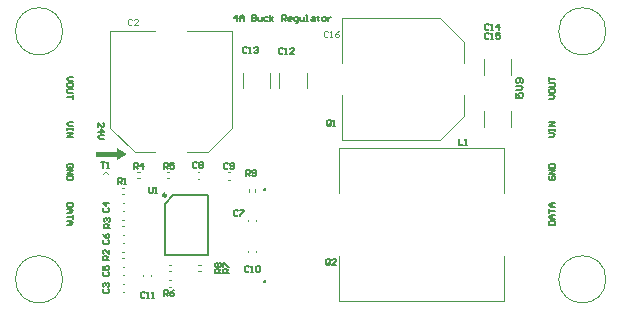
<source format=gto>
G04 Layer_Color=16777215*
%FSAX44Y44*%
%MOMM*%
G71*
G01*
G75*
%ADD22C,0.1270*%
%ADD27C,0.2540*%
%ADD35C,0.1016*%
%ADD36C,0.2500*%
G36*
X06774758Y08525978D02*
X06766008Y08520978D01*
Y08523478D01*
X06748508D01*
Y08528228D01*
X06766008D01*
Y08530978D01*
X06774758Y08525978D01*
D02*
G37*
D22*
X06806250Y08440211D02*
Y08484041D01*
X06813420Y08491211D01*
X06843250D01*
X06806250Y08440211D02*
X06843250D01*
Y08491211D01*
X06867507Y08638480D02*
Y08643558D01*
X06864968Y08641019D01*
X06868353D01*
X06870046Y08638480D02*
Y08641866D01*
X06871739Y08643558D01*
X06873432Y08641866D01*
Y08638480D01*
Y08641019D01*
X06870046D01*
X06880203Y08643558D02*
Y08638480D01*
X06882742D01*
X06883588Y08639327D01*
Y08640173D01*
X06882742Y08641019D01*
X06880203D01*
X06882742D01*
X06883588Y08641866D01*
Y08642712D01*
X06882742Y08643558D01*
X06880203D01*
X06885281Y08641866D02*
Y08639327D01*
X06886128Y08638480D01*
X06888667D01*
Y08641866D01*
X06893745D02*
X06891206D01*
X06890359Y08641019D01*
Y08639327D01*
X06891206Y08638480D01*
X06893745D01*
X06895438D02*
Y08643558D01*
Y08640173D02*
X06897977Y08641866D01*
X06895438Y08640173D02*
X06897977Y08638480D01*
X06905594D02*
Y08643558D01*
X06908134D01*
X06908980Y08642712D01*
Y08641019D01*
X06908134Y08640173D01*
X06905594D01*
X06907288D02*
X06908980Y08638480D01*
X06913212D02*
X06911519D01*
X06910673Y08639327D01*
Y08641019D01*
X06911519Y08641866D01*
X06913212D01*
X06914059Y08641019D01*
Y08640173D01*
X06910673D01*
X06917444Y08636787D02*
X06918290D01*
X06919137Y08637634D01*
Y08641866D01*
X06916598D01*
X06915751Y08641019D01*
Y08639327D01*
X06916598Y08638480D01*
X06919137D01*
X06920829Y08641866D02*
Y08639327D01*
X06921676Y08638480D01*
X06924215D01*
Y08641866D01*
X06925908Y08638480D02*
X06927601D01*
X06926754D01*
Y08643558D01*
X06925908D01*
X06930986Y08641866D02*
X06932679D01*
X06933525Y08641019D01*
Y08638480D01*
X06930986D01*
X06930140Y08639327D01*
X06930986Y08640173D01*
X06933525D01*
X06936065Y08642712D02*
Y08641866D01*
X06935219D01*
X06936911D01*
X06936065D01*
Y08639327D01*
X06936911Y08638480D01*
X06940297D02*
X06941990D01*
X06942836Y08639327D01*
Y08641019D01*
X06941990Y08641866D01*
X06940297D01*
X06939450Y08641019D01*
Y08639327D01*
X06940297Y08638480D01*
X06944529Y08641866D02*
Y08638480D01*
Y08640173D01*
X06945375Y08641019D01*
X06946221Y08641866D01*
X06947068D01*
X06875632Y08507728D02*
Y08512807D01*
X06878171D01*
X06879017Y08511960D01*
Y08510268D01*
X06878171Y08509421D01*
X06875632D01*
X06877324D02*
X06879017Y08507728D01*
X06880710Y08508575D02*
X06881556Y08507728D01*
X06883249D01*
X06884095Y08508575D01*
Y08511960D01*
X06883249Y08512807D01*
X06881556D01*
X06880710Y08511960D01*
Y08511114D01*
X06881556Y08510268D01*
X06884095D01*
X06793271Y08497832D02*
Y08493600D01*
X06794118Y08492754D01*
X06795811D01*
X06796657Y08493600D01*
Y08497832D01*
X06798350Y08492754D02*
X06800043D01*
X06799196D01*
Y08497832D01*
X06798350Y08496985D01*
X06860750Y08425231D02*
X06855672D01*
Y08427770D01*
X06856518Y08428617D01*
X06858211D01*
X06859057Y08427770D01*
Y08425231D01*
Y08426924D02*
X06860750Y08428617D01*
X06855672Y08430309D02*
Y08433695D01*
X06856518D01*
X06859904Y08430309D01*
X06860750D01*
X06853750Y08425339D02*
X06848672D01*
Y08427878D01*
X06849518Y08428724D01*
X06851211D01*
X06852057Y08427878D01*
Y08425339D01*
Y08427032D02*
X06853750Y08428724D01*
X06849518Y08430417D02*
X06848672Y08431264D01*
Y08432957D01*
X06849518Y08433803D01*
X06850364D01*
X06851211Y08432957D01*
X06852057Y08433803D01*
X06852903D01*
X06853750Y08432957D01*
Y08431264D01*
X06852903Y08430417D01*
X06852057D01*
X06851211Y08431264D01*
X06850364Y08430417D01*
X06849518D01*
X06851211Y08431264D02*
Y08432957D01*
X06805639Y08405500D02*
Y08410579D01*
X06808178D01*
X06809025Y08409732D01*
Y08408039D01*
X06808178Y08407193D01*
X06805639D01*
X06807332D02*
X06809025Y08405500D01*
X06814103Y08410579D02*
X06812410Y08409732D01*
X06810718Y08408039D01*
Y08406346D01*
X06811564Y08405500D01*
X06813257D01*
X06814103Y08406346D01*
Y08407193D01*
X06813257Y08408039D01*
X06810718D01*
X06759194Y08436356D02*
X06754116D01*
Y08438895D01*
X06754962Y08439742D01*
X06756655D01*
X06757501Y08438895D01*
Y08436356D01*
Y08438049D02*
X06759194Y08439742D01*
Y08444820D02*
Y08441434D01*
X06755808Y08444820D01*
X06754962D01*
X06754116Y08443973D01*
Y08442281D01*
X06754962Y08441434D01*
X06805487Y08513071D02*
Y08518149D01*
X06808026D01*
X06808873Y08517302D01*
Y08515610D01*
X06808026Y08514763D01*
X06805487D01*
X06807180D02*
X06808873Y08513071D01*
X06813951Y08518149D02*
X06810565D01*
Y08515610D01*
X06812258Y08516456D01*
X06813105D01*
X06813951Y08515610D01*
Y08513917D01*
X06813105Y08513071D01*
X06811412D01*
X06810565Y08513917D01*
X06780617Y08513633D02*
Y08518712D01*
X06783156D01*
X06784003Y08517866D01*
Y08516173D01*
X06783156Y08515327D01*
X06780617D01*
X06782310D02*
X06784003Y08513633D01*
X06788235D02*
Y08518712D01*
X06785696Y08516173D01*
X06789081D01*
X06766927Y08500500D02*
Y08505578D01*
X06769467D01*
X06770313Y08504732D01*
Y08503039D01*
X06769467Y08502193D01*
X06766927D01*
X06768620D02*
X06770313Y08500500D01*
X06772006D02*
X06773699D01*
X06772852D01*
Y08505578D01*
X06772006Y08504732D01*
X06760023Y08463242D02*
X06754945D01*
Y08465781D01*
X06755792Y08466627D01*
X06757484D01*
X06758331Y08465781D01*
Y08463242D01*
Y08464935D02*
X06760023Y08466627D01*
X06755792Y08468320D02*
X06754945Y08469166D01*
Y08470859D01*
X06755792Y08471705D01*
X06756638D01*
X06757484Y08470859D01*
Y08470013D01*
Y08470859D01*
X06758331Y08471705D01*
X06759177D01*
X06760023Y08470859D01*
Y08469166D01*
X06759177Y08468320D01*
X06946306Y08433240D02*
Y08436626D01*
X06945460Y08437473D01*
X06943766D01*
X06942920Y08436626D01*
Y08433240D01*
X06943766Y08432394D01*
X06945460D01*
X06944613Y08434087D02*
X06946306Y08432394D01*
X06945460D02*
X06946306Y08433240D01*
X06951384Y08432394D02*
X06947999D01*
X06951384Y08435779D01*
Y08436626D01*
X06950538Y08437473D01*
X06948845D01*
X06947999Y08436626D01*
X06947491Y08550994D02*
Y08554380D01*
X06946645Y08555226D01*
X06944952D01*
X06944106Y08554380D01*
Y08550994D01*
X06944952Y08550148D01*
X06946645D01*
X06945799Y08551841D02*
X06947491Y08550148D01*
X06946645D02*
X06947491Y08550994D01*
X06949185Y08550148D02*
X06950877D01*
X06950031D01*
Y08555226D01*
X06949185Y08554380D01*
X07055932Y08539173D02*
Y08534094D01*
X07059318D01*
X07061011D02*
X07062703D01*
X07061857D01*
Y08539173D01*
X07061011Y08538326D01*
X06875925Y08615566D02*
X06875079Y08616413D01*
X06873386D01*
X06872540Y08615566D01*
Y08612181D01*
X06873386Y08611335D01*
X06875079D01*
X06875925Y08612181D01*
X06877618Y08611335D02*
X06879311D01*
X06878465D01*
Y08616413D01*
X06877618Y08615566D01*
X06881851D02*
X06882697Y08616413D01*
X06884390D01*
X06885236Y08615566D01*
Y08614720D01*
X06884390Y08613874D01*
X06883543D01*
X06884390D01*
X06885236Y08613027D01*
Y08612181D01*
X06884390Y08611335D01*
X06882697D01*
X06881851Y08612181D01*
X06906406Y08615389D02*
X06905559Y08616235D01*
X06903867D01*
X06903020Y08615389D01*
Y08612003D01*
X06903867Y08611157D01*
X06905559D01*
X06906406Y08612003D01*
X06908098Y08611157D02*
X06909791D01*
X06908945D01*
Y08616235D01*
X06908098Y08615389D01*
X06915716Y08611157D02*
X06912330D01*
X06915716Y08614542D01*
Y08615389D01*
X06914869Y08616235D01*
X06913177D01*
X06912330Y08615389D01*
X06789340Y08408732D02*
X06788493Y08409578D01*
X06786800D01*
X06785954Y08408732D01*
Y08405347D01*
X06786800Y08404500D01*
X06788493D01*
X06789340Y08405347D01*
X06791032Y08404500D02*
X06792725D01*
X06791879D01*
Y08409578D01*
X06791032Y08408732D01*
X06795264Y08404500D02*
X06796957D01*
X06796110D01*
Y08409578D01*
X06795264Y08408732D01*
X06877635Y08430685D02*
X06876789Y08431532D01*
X06875096D01*
X06874250Y08430685D01*
Y08427300D01*
X06875096Y08426453D01*
X06876789D01*
X06877635Y08427300D01*
X06879329Y08426453D02*
X06881021D01*
X06880175D01*
Y08431532D01*
X06879329Y08430685D01*
X06883560D02*
X06884407Y08431532D01*
X06886099D01*
X06886946Y08430685D01*
Y08427300D01*
X06886099Y08426453D01*
X06884407D01*
X06883560Y08427300D01*
Y08430685D01*
X06868727Y08477714D02*
X06867880Y08478561D01*
X06866188D01*
X06865341Y08477714D01*
Y08474329D01*
X06866188Y08473483D01*
X06867880D01*
X06868727Y08474329D01*
X06870419Y08478561D02*
X06873805D01*
Y08477714D01*
X06870419Y08474329D01*
Y08473483D01*
X06859886Y08517775D02*
X06859039Y08518621D01*
X06857346D01*
X06856500Y08517775D01*
Y08514390D01*
X06857346Y08513543D01*
X06859039D01*
X06859886Y08514390D01*
X06861578D02*
X06862425Y08513543D01*
X06864117D01*
X06864964Y08514390D01*
Y08517775D01*
X06864117Y08518621D01*
X06862425D01*
X06861578Y08517775D01*
Y08516929D01*
X06862425Y08516082D01*
X06864964D01*
X06755128Y08412128D02*
X06754282Y08411281D01*
Y08409589D01*
X06755128Y08408742D01*
X06758514D01*
X06759360Y08409589D01*
Y08411281D01*
X06758514Y08412128D01*
X06755128Y08413821D02*
X06754282Y08414667D01*
Y08416360D01*
X06755128Y08417206D01*
X06755974D01*
X06756821Y08416360D01*
Y08415513D01*
Y08416360D01*
X06757667Y08417206D01*
X06758514D01*
X06759360Y08416360D01*
Y08414667D01*
X06758514Y08413821D01*
X06833394Y08518232D02*
X06832547Y08519078D01*
X06830854D01*
X06830008Y08518232D01*
Y08514846D01*
X06830854Y08514000D01*
X06832547D01*
X06833394Y08514846D01*
X06835086Y08518232D02*
X06835933Y08519078D01*
X06837626D01*
X06838472Y08518232D01*
Y08517386D01*
X06837626Y08516539D01*
X06838472Y08515693D01*
Y08514846D01*
X06837626Y08514000D01*
X06835933D01*
X06835086Y08514846D01*
Y08515693D01*
X06835933Y08516539D01*
X06835086Y08517386D01*
Y08518232D01*
X06835933Y08516539D02*
X06837626D01*
X06755171Y08480279D02*
X06754325Y08479433D01*
Y08477740D01*
X06755171Y08476893D01*
X06758557D01*
X06759403Y08477740D01*
Y08479433D01*
X06758557Y08480279D01*
X06759403Y08484511D02*
X06754325D01*
X06756864Y08481972D01*
Y08485358D01*
X06755171Y08453194D02*
X06754325Y08452347D01*
Y08450655D01*
X06755171Y08449808D01*
X06758557D01*
X06759403Y08450655D01*
Y08452347D01*
X06758557Y08453194D01*
X06754325Y08458273D02*
X06755171Y08456580D01*
X06756864Y08454887D01*
X06758557D01*
X06759403Y08455733D01*
Y08457426D01*
X06758557Y08458273D01*
X06757711D01*
X06756864Y08457426D01*
Y08454887D01*
X06755128Y08425992D02*
X06754282Y08425145D01*
Y08423452D01*
X06755128Y08422606D01*
X06758514D01*
X06759360Y08423452D01*
Y08425145D01*
X06758514Y08425992D01*
X06754282Y08431070D02*
Y08427684D01*
X06756821D01*
X06755974Y08429377D01*
Y08430223D01*
X06756821Y08431070D01*
X06758514D01*
X06759360Y08430223D01*
Y08428531D01*
X06758514Y08427684D01*
X07080886Y08634974D02*
X07080039Y08635821D01*
X07078347D01*
X07077500Y08634974D01*
Y08631589D01*
X07078347Y08630742D01*
X07080039D01*
X07080886Y08631589D01*
X07082578Y08630742D02*
X07084271D01*
X07083425D01*
Y08635821D01*
X07082578Y08634974D01*
X07089349Y08630742D02*
Y08635821D01*
X07086810Y08633281D01*
X07090196D01*
X07080886Y08627474D02*
X07080039Y08628321D01*
X07078347D01*
X07077500Y08627474D01*
Y08624089D01*
X07078347Y08623242D01*
X07080039D01*
X07080886Y08624089D01*
X07082578Y08623242D02*
X07084271D01*
X07083425D01*
Y08628321D01*
X07082578Y08627474D01*
X07090196Y08628321D02*
X07086810D01*
Y08625781D01*
X07088503Y08626628D01*
X07089349D01*
X07090196Y08625781D01*
Y08624089D01*
X07089349Y08623242D01*
X07087657D01*
X07086810Y08624089D01*
X06752875Y08518990D02*
X06756260D01*
X06754568D01*
Y08513911D01*
X06757953D02*
X06759646D01*
X06758799D01*
Y08518990D01*
X06757953Y08518143D01*
X07103906Y08577917D02*
Y08573854D01*
X07106953D01*
X07105938Y08575886D01*
Y08576902D01*
X07106953Y08577917D01*
X07108984D01*
X07110000Y08576902D01*
Y08574870D01*
X07108984Y08573854D01*
X07103906Y08579949D02*
X07107969D01*
X07110000Y08581980D01*
X07107969Y08584011D01*
X07103906D01*
X07108984Y08586042D02*
X07110000Y08587058D01*
Y08589090D01*
X07108984Y08590106D01*
X07104922D01*
X07103906Y08589090D01*
Y08587058D01*
X07104922Y08586042D01*
X07105938D01*
X07106953Y08587058D01*
Y08590106D01*
X06727970Y08514432D02*
X06728817Y08515278D01*
Y08516971D01*
X06727970Y08517818D01*
X06724584D01*
X06723738Y08516971D01*
Y08515278D01*
X06724584Y08514432D01*
X06726277D01*
Y08516125D01*
X06723738Y08512739D02*
X06728817D01*
X06723738Y08509354D01*
X06728817D01*
Y08507661D02*
X06723738D01*
Y08505122D01*
X06724584Y08504276D01*
X06727970D01*
X06728817Y08505122D01*
Y08507661D01*
X06728817Y08552861D02*
X06725431D01*
X06723738Y08551168D01*
X06725431Y08549476D01*
X06728817D01*
Y08547783D02*
Y08546090D01*
Y08546937D01*
X06723738D01*
Y08547783D01*
Y08546090D01*
Y08543551D02*
X06728817D01*
X06723738Y08540165D01*
X06728817D01*
X07132120Y08572670D02*
X07135505D01*
X07137198Y08574363D01*
X07135505Y08576055D01*
X07132120D01*
Y08580287D02*
Y08578594D01*
X07132966Y08577748D01*
X07136351D01*
X07137198Y08578594D01*
Y08580287D01*
X07136351Y08581133D01*
X07132966D01*
X07132120Y08580287D01*
Y08582827D02*
X07136351D01*
X07137198Y08583673D01*
Y08585366D01*
X07136351Y08586212D01*
X07132120D01*
Y08587905D02*
Y08591290D01*
Y08589598D01*
X07137198D01*
X06728817Y08484890D02*
X06723738D01*
Y08482351D01*
X06724584Y08481505D01*
X06727970D01*
X06728817Y08482351D01*
Y08484890D01*
X06723738Y08479812D02*
X06727123D01*
X06728817Y08478119D01*
X06727123Y08476426D01*
X06723738D01*
X06726277D01*
Y08479812D01*
X06728817Y08474734D02*
Y08471348D01*
Y08473041D01*
X06723738D01*
Y08469655D02*
X06727123D01*
X06728817Y08467963D01*
X06727123Y08466270D01*
X06723738D01*
X06726277D01*
Y08469655D01*
X07132966Y08507661D02*
X07132120Y08506815D01*
Y08505122D01*
X07132966Y08504276D01*
X07136351D01*
X07137198Y08505122D01*
Y08506815D01*
X07136351Y08507661D01*
X07134659D01*
Y08505969D01*
X07137198Y08509354D02*
X07132120D01*
X07137198Y08512739D01*
X07132120D01*
Y08514432D02*
X07137198D01*
Y08516971D01*
X07136351Y08517818D01*
X07132966D01*
X07132120Y08516971D01*
Y08514432D01*
Y08466270D02*
X07137198D01*
Y08468809D01*
X07136351Y08469655D01*
X07132966D01*
X07132120Y08468809D01*
Y08466270D01*
X07137198Y08471348D02*
X07133812D01*
X07132120Y08473041D01*
X07133812Y08474734D01*
X07137198D01*
X07134659D01*
Y08471348D01*
X07132120Y08476426D02*
Y08479812D01*
Y08478119D01*
X07137198D01*
Y08481505D02*
X07133812D01*
X07132120Y08483198D01*
X07133812Y08484890D01*
X07137198D01*
X07134659D01*
Y08481505D01*
X06750250Y08549365D02*
Y08552750D01*
X06753636Y08549365D01*
X06754482D01*
X06755328Y08550211D01*
Y08551904D01*
X06754482Y08552750D01*
X06750250Y08545132D02*
X06755328D01*
X06752789Y08547672D01*
Y08544286D01*
X06755328Y08542593D02*
X06751943D01*
X06750250Y08540900D01*
X06751943Y08539208D01*
X06755328D01*
X06728817Y08591290D02*
X06725431D01*
X06723738Y08589598D01*
X06725431Y08587905D01*
X06728817D01*
Y08583673D02*
Y08585366D01*
X06727970Y08586212D01*
X06724584D01*
X06723738Y08585366D01*
Y08583673D01*
X06724584Y08582827D01*
X06727970D01*
X06728817Y08583673D01*
Y08581133D02*
X06724584D01*
X06723738Y08580287D01*
Y08578594D01*
X06724584Y08577748D01*
X06728817D01*
Y08576055D02*
Y08572670D01*
Y08574363D01*
X06723738D01*
X07132120Y08540165D02*
X07135505D01*
X07137198Y08541858D01*
X07135505Y08543551D01*
X07132120D01*
Y08545244D02*
Y08546937D01*
Y08546090D01*
X07137198D01*
Y08545244D01*
Y08546937D01*
Y08549476D02*
X07132120D01*
X07137198Y08552861D01*
X07132120D01*
D27*
X06891119Y08495856D02*
G03*
X06891119Y08495856I-00000508J00000000D01*
G01*
Y08418393D02*
G03*
X06891119Y08418393I-00000508J00000000D01*
G01*
D35*
X06758686Y08508384D02*
G03*
X06754622Y08508384I-00002032J-00000147D01*
G01*
X06720000Y08630000D02*
G03*
X06720000Y08630000I-00020000J00000000D01*
G01*
X07180000D02*
G03*
X07180000Y08630000I-00020000J00000000D01*
G01*
X07180000Y08420000D02*
G03*
X07180000Y08420000I-00020000J00000000D01*
G01*
X06720000D02*
G03*
X06720000Y08420000I-00020000J00000000D01*
G01*
X07093887Y08402000D02*
Y08439992D01*
X06953887Y08402000D02*
Y08439992D01*
X07093887Y08493008D02*
Y08531000D01*
X06953887Y08493008D02*
Y08531000D01*
Y08402000D02*
X07093887D01*
X06953887Y08531000D02*
X07093887D01*
X07099858Y08549308D02*
Y08562308D01*
X07076357Y08549308D02*
Y08562308D01*
Y08593367D02*
Y08606367D01*
X07099858Y08593367D02*
Y08606367D01*
X06903500Y08581684D02*
Y08594684D01*
X06927000Y08581684D02*
Y08594684D01*
X06872457Y08581684D02*
Y08594684D01*
X06895958Y08581684D02*
Y08594684D01*
X06883214Y08494254D02*
Y08496254D01*
X06877714Y08494254D02*
Y08496254D01*
X06809792Y08432418D02*
X06811793D01*
X06809792Y08426918D02*
X06811793D01*
X06834835Y08426918D02*
X06836835D01*
X06834835Y08432418D02*
X06836835D01*
X06809792Y08419376D02*
X06811793D01*
X06809792Y08413876D02*
X06811793D01*
X06808248Y08511053D02*
X06810248D01*
X06808248Y08505554D02*
X06810248D01*
X06783205Y08511053D02*
X06785205D01*
X06783205Y08505554D02*
X06785205D01*
X06770208Y08470321D02*
X06772208D01*
X06770208Y08464821D02*
X06772208D01*
X06770208Y08443236D02*
X06772208D01*
X06770208Y08437736D02*
X06772208D01*
X06770208Y08497406D02*
X06772208D01*
X06770208Y08491906D02*
X06772208D01*
X06788000Y08422668D02*
Y08423668D01*
X06794500Y08422668D02*
Y08423668D01*
X06877214Y08443168D02*
Y08444169D01*
X06883714Y08443168D02*
Y08444169D01*
X06860333Y08510726D02*
X06861332D01*
X06860333Y08504226D02*
X06861332D01*
X06834290Y08511053D02*
X06835290D01*
X06834290Y08504553D02*
X06835290D01*
X06877214Y08469211D02*
Y08470211D01*
X06883714Y08469211D02*
Y08470211D01*
X06770707Y08457278D02*
X06771708D01*
X06770707Y08450778D02*
X06771708D01*
X06770707Y08430193D02*
X06771708D01*
X06770707Y08423693D02*
X06771708D01*
X06770707Y08484363D02*
X06771708D01*
X06770707Y08477864D02*
X06771708D01*
X06770707Y08416151D02*
X06771708D01*
X06770707Y08409651D02*
X06771708D01*
X06863500Y08548104D02*
Y08630604D01*
X06825500D02*
X06863500D01*
X06760500D02*
X06798500D01*
X06760500Y08548104D02*
Y08630604D01*
X06825500Y08527604D02*
X06843000D01*
X06863500Y08548104D01*
X06760500D02*
X06781000Y08527604D01*
X06798500D01*
X07059807Y08558558D02*
Y08576058D01*
X07039307Y08538058D02*
X07059807Y08558558D01*
X07039307Y08641058D02*
X07059807Y08620558D01*
Y08603058D02*
Y08620558D01*
X06956807Y08538058D02*
X07039307D01*
X06956807D02*
Y08576058D01*
Y08603058D02*
Y08641058D01*
X07039307D01*
X06944548Y08629564D02*
X06943702Y08630410D01*
X06942009D01*
X06941163Y08629564D01*
Y08626179D01*
X06942009Y08625332D01*
X06943702D01*
X06944548Y08626179D01*
X06946241Y08625332D02*
X06947933D01*
X06947087D01*
Y08630410D01*
X06946241Y08629564D01*
X06953859Y08630410D02*
X06952166Y08629564D01*
X06950473Y08627871D01*
Y08626179D01*
X06951319Y08625332D01*
X06953012D01*
X06953859Y08626179D01*
Y08627025D01*
X06953012Y08627871D01*
X06950473D01*
X06778499Y08639216D02*
X06777652Y08640062D01*
X06775959D01*
X06775113Y08639216D01*
Y08635831D01*
X06775959Y08634984D01*
X06777652D01*
X06778499Y08635831D01*
X06783577Y08634984D02*
X06780191D01*
X06783577Y08638370D01*
Y08639216D01*
X06782731Y08640062D01*
X06781038D01*
X06780191Y08639216D01*
D36*
X06807500Y08491211D02*
G03*
X06807500Y08491211I-00001250J00000000D01*
G01*
M02*

</source>
